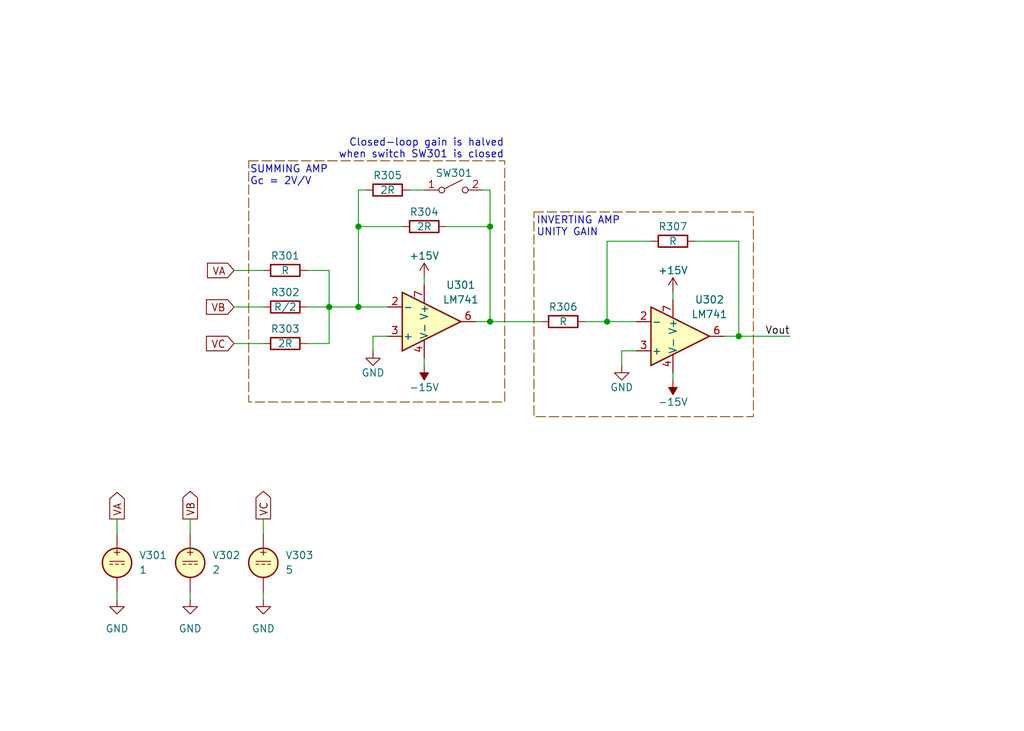
<source format=kicad_sch>
(kicad_sch (version 20230121) (generator eeschema)
  (paper "User" 177.8 127)
  (title_block (title "Weighted Voltage Summer") (date "2024-01-27") (rev "0") (company "Jim Horwitz & Mark Vaughn, Jork Incorporated"))
  (lib_symbols
    (symbol "Device:R" (pin_numbers hide) (pin_names (offset 0))
      (property "Reference" "R" (at 2.032 0 90))
      (property "Value" "R" (at 0 0 90))
      (symbol "R_0_1"
        (rectangle (start -1.016 -2.54) (end 1.016 2.54) (stroke (width 0.254)))
      )
      (symbol "R_1_1"
        (pin passive line (at 0 3.81 270) (length 1.27) (name "~") (number "1"))
        (pin passive line (at 0 -3.81 90) (length 1.27) (name "~") (number "2"))
      )
    )
    (symbol "LM741_1" (pin_names (offset 0.127))
      (property "Reference" "U31" (at 5.08 -6.35 0))
      (property "Value" "LM741" (at 5.08 -3.81 0))
      (symbol "LM741_1_0_1"
        (polyline (pts (xy -5.08 5.08) (xy 5.08 0) (xy -5.08 -5.08) (xy -5.08 5.08)) (stroke (width 0.254)) (fill (type background)))
      )
      (symbol "LM741_1_1_1"
        (pin input line (at 1.27 -7.62 90) (length 5.08) hide (name "NULL") (number "1"))
        (pin input line (at -7.62 -2.54 0) (length 2.54) (name "-") (number "2"))
        (pin input line (at -7.62 2.54 0) (length 2.54) (name "+") (number "3"))
        (pin power_in line (at -1.27 6.35 270) (length 3.125) (name "V-") (number "4"))
        (pin input line (at 2.54 -7.62 90) (length 6.35) hide (name "NULL") (number "5"))
        (pin output line (at 7.62 0 180) (length 2.54) (name "~") (number "6"))
        (pin power_in line (at -1.27 -6.35 90) (length 3.125) (name "V+") (number "7"))
        (pin no_connect line (at 0 2.54 270) (length 2.54) hide (name "NC") (number "8"))
      )
    )
    (symbol "Simulation_SPICE:VDC" (pin_numbers hide) (pin_names (offset 0.0254))
      (property "Reference" "V" (at 2.54 2.54 0))
      (property "Value" "1" (at 2.54 0 0))
      (symbol "VDC_0_0"
        (polyline (pts (xy -1.27 0.254) (xy 1.27 0.254)))
        (polyline (pts (xy -0.762 -0.254) (xy -1.27 -0.254)))
        (polyline (pts (xy 0.254 -0.254) (xy -0.254 -0.254)))
        (polyline (pts (xy 1.27 -0.254) (xy 0.762 -0.254)))
        (text "+" (at 0 1.905 0) (effects (font (size 1.27 1.27))))
      )
      (symbol "VDC_0_1"
        (circle (center 0 0) (radius 2.54) (stroke (width 0.254)) (fill (type background)))
      )
      (symbol "VDC_1_1"
        (pin passive line (at 0 5.08 270) (length 2.54) (name "~") (number "1"))
        (pin passive line (at 0 -5.08 90) (length 2.54) (name "~") (number "2"))
      )
    )
    (symbol "Switch:SW_SPST" (pin_names (offset 0) hide)
      (property "Reference" "SW" (at 0 3.175 0))
      (property "Value" "SW_SPST" (at 0 -2.54 0))
      (symbol "SW_SPST_0_0"
        (circle (center -2.032 0) (radius 0.508))
        (polyline (pts (xy -1.524 0.254) (xy 1.524 1.778)))
        (circle (center 2.032 0) (radius 0.508))
      )
      (symbol "SW_SPST_1_1"
        (pin passive line (at -5.08 0 0) (length 2.54) (name "A") (number "1"))
        (pin passive line (at 5.08 0 180) (length 2.54) (name "B") (number "2"))
      )
    )
    (symbol "power:+15V" (power) (pin_names (offset 0))
      (property "Value" "+15V" (at 0 3.556 0))
      (symbol "+15V_0_1"
        (polyline (pts (xy -0.762 1.27) (xy 0 2.54)))
        (polyline (pts (xy 0 0) (xy 0 2.54)))
        (polyline (pts (xy 0 2.54) (xy 0.762 1.27)))
      )
      (symbol "+15V_1_1"
        (pin power_in line (at 0 0 90) (length 0) hide (name "+15V") (number "1"))
      )
    )
    (symbol "power:-15V" (power) (pin_names (offset 0))
      (property "Value" "-15V" (at 0 3.81 0))
      (symbol "-15V_0_0"
        (pin power_in line (at 0 0 90) (length 0) hide (name "-15V") (number "1"))
      )
      (symbol "-15V_0_1"
        (polyline (pts (xy 0 0) (xy 0 1.27) (xy 0.762 1.27) (xy 0 2.54) (xy -0.762 1.27) (xy 0 1.27)) (fill (type outline)))
      )
    )
    (symbol "power:GND" (power) (pin_names (offset 0))
      (property "Value" "GND" (at 0 -3.81 0))
      (symbol "GND_0_1"
        (polyline (pts (xy 0 0) (xy 0 -1.27) (xy 1.27 -1.27) (xy 0 -2.54) (xy -1.27 -1.27) (xy 0 -1.27)))
      )
      (symbol "GND_1_1"
        (pin power_in line (at 0 0 270) (length 0) hide (name "GND") (number "1"))
      )
    )
  )
  (junction (at 62.23 39.37))
  (junction (at 128.27 58.42))
  (junction (at 62.23 53.34))
  (junction (at 105.41 55.88))
  (junction (at 85.09 39.37))
  (junction (at 57.15 53.34))
  (junction (at 85.09 55.88))
  (wire (pts (xy 105.41 41.91) (xy 105.41 55.88)))
  (wire (pts (xy 128.27 41.91) (xy 128.27 58.42)))
  (wire (pts (xy 116.84 64.77) (xy 116.84 66.04)))
  (wire (pts (xy 62.23 33.02) (xy 62.23 39.37)))
  (wire (pts (xy 101.6 55.88) (xy 105.41 55.88)))
  (wire (pts (xy 20.32 90.17) (xy 20.32 92.71)))
  (wire (pts (xy 33.02 90.17) (xy 33.02 92.71)))
  (wire (pts (xy 73.66 48.26) (xy 73.66 49.53)))
  (wire (pts (xy 85.09 55.88) (xy 82.55 55.88)))
  (wire (pts (xy 85.09 33.02) (xy 85.09 39.37)))
  (wire (pts (xy 40.64 53.34) (xy 45.72 53.34)))
  (wire (pts (xy 85.09 55.88) (xy 93.98 55.88)))
  (wire (pts (xy 107.95 63.5) (xy 107.95 60.96)))
  (wire (pts (xy 64.77 60.96) (xy 64.77 58.42)))
  (wire (pts (xy 69.85 39.37) (xy 62.23 39.37)))
  (wire (pts (xy 62.23 39.37) (xy 62.23 53.34)))
  (wire (pts (xy 63.5 33.02) (xy 62.23 33.02)))
  (wire (pts (xy 71.12 33.02) (xy 73.66 33.02)))
  (wire (pts (xy 45.72 102.87) (xy 45.72 104.14)))
  (wire (pts (xy 57.15 53.34) (xy 62.23 53.34)))
  (wire (pts (xy 73.66 62.23) (xy 73.66 63.5)))
  (wire (pts (xy 120.65 41.91) (xy 128.27 41.91)))
  (wire (pts (xy 83.82 33.02) (xy 85.09 33.02)))
  (wire (pts (xy 53.34 53.34) (xy 57.15 53.34)))
  (wire (pts (xy 33.02 102.87) (xy 33.02 104.14)))
  (wire (pts (xy 53.34 59.69) (xy 57.15 59.69)))
  (wire (pts (xy 113.03 41.91) (xy 105.41 41.91)))
  (wire (pts (xy 105.41 55.88) (xy 110.49 55.88)))
  (wire (pts (xy 85.09 39.37) (xy 85.09 55.88)))
  (wire (pts (xy 116.84 50.8) (xy 116.84 52.07)))
  (wire (pts (xy 62.23 53.34) (xy 67.31 53.34)))
  (wire (pts (xy 40.64 59.69) (xy 45.72 59.69)))
  (wire (pts (xy 128.27 58.42) (xy 137.16 58.42)))
  (wire (pts (xy 45.72 90.17) (xy 45.72 92.71)))
  (wire (pts (xy 57.15 46.99) (xy 57.15 53.34)))
  (wire (pts (xy 107.95 60.96) (xy 110.49 60.96)))
  (wire (pts (xy 64.77 58.42) (xy 67.31 58.42)))
  (wire (pts (xy 77.47 39.37) (xy 85.09 39.37)))
  (wire (pts (xy 40.64 46.99) (xy 45.72 46.99)))
  (wire (pts (xy 128.27 58.42) (xy 125.73 58.42)))
  (wire (pts (xy 57.15 59.69) (xy 57.15 53.34)))
  (wire (pts (xy 20.32 102.87) (xy 20.32 104.14)))
  (wire (pts (xy 53.34 46.99) (xy 57.15 46.99)))
  (rectangle (start 43.18 27.94) (end 87.63 69.85) (stroke (width 0) (type dash) (color 128 77 0 1)))
  (rectangle (start 92.71 36.83) (end 130.81 72.39) (stroke (width 0) (type dash) (color 128 77 0 1)))
  (text "SUMMING AMP\nGc = 2V/V" (at 43.3726 32.326 0) (effects (font (size 1.27 1.27)) (justify left bottom)))
  (text "INVERTING AMP\nUNITY GAIN" (at 93.1224 41.2027 0) (effects (font (size 1.27 1.27)) (justify left bottom)))
  (text "Closed-loop gain is halved\nwhen switch SW301 is closed" (at 87.5515 27.678 0) (effects (font (size 1.27 1.27)) (justify right bottom)))
  (label "Vout" (at 137.16 58.42 180))
  (global_label "VB" (shape input) (at 40.64 53.34 180) (property "Intersheetrefs" "${INTERSHEET_REFS}" (effects hide)))
  (global_label "VA" (shape output) (at 20.32 90.17 90) (property "Intersheetrefs" "${INTERSHEET_REFS}" (effects hide)))
  (global_label "VA" (shape input) (at 40.64 46.99 180) (property "Intersheetrefs" "${INTERSHEET_REFS}" (effects hide)))
  (global_label "VB" (shape output) (at 33.02 90.17 90) (property "Intersheetrefs" "${INTERSHEET_REFS}" (effects hide)))
  (global_label "VC" (shape input) (at 40.64 59.69 180) (property "Intersheetrefs" "${INTERSHEET_REFS}" (effects hide)))
  (global_label "VC" (shape output) (at 45.72 90.17 90) (property "Intersheetrefs" "${INTERSHEET_REFS}" (effects hide)))
  (symbol (lib_id "Switch:SW_SPST") (at 78.74 33.02 0) (unit 1)
    (property "Reference" "SW301" (at 78.8316 30.074 0))
    (property "Value" "SW_SPST" (effects hide))
  )
  (symbol (lib_id "power:-15V") (at 116.84 66.04 0) (mirror x) (unit 1)
    (property "Reference" "#PWR07" (effects hide))
    (property "Value" "-15V" (at 116.84 69.85 0))
  )
  (symbol (lib_id "power:GND") (at 33.02 104.14 0) (unit 1)
    (property "Reference" "#PWR019" (effects hide))
    (property "Value" "GND" (at 33.02 109.22 0))
  )
  (symbol (lib_id "Simulation_SPICE:VDC") (at 20.32 97.79 0) (unit 1)
    (property "Reference" "V301" (at 24.13 96.4842 0) (effects (justify left)))
    (property "Value" "1" (at 24.13 99.0242 0) (effects (justify left)))
    (property "Sim.Pins" "1=+ 2=-" (effects hide))
    (property "Sim.Type" "DC" (effects hide))
    (property "Sim.Device" "V" (effects hide))
  )
  (symbol (lib_id "power:+15V") (at 116.84 50.8 0) (unit 1)
    (property "Reference" "#PWR05" (effects hide))
    (property "Value" "+15V" (at 116.84 46.99 0))
  )
  (symbol (lib_id "Device:R") (at 49.53 59.69 90) (unit 1)
    (property "Reference" "R303" (at 49.53 57.15 90))
    (property "Value" "2R" (at 49.53 59.69 90))
  )
  (symbol (lib_id "power:GND") (at 20.32 104.14 0) (unit 1)
    (property "Reference" "#PWR018" (effects hide))
    (property "Value" "GND" (at 20.32 109.22 0))
  )
  (symbol (lib_id "power:+15V") (at 73.66 48.26 0) (unit 1)
    (property "Reference" "#PWR01" (effects hide))
    (property "Value" "+15V" (at 73.66 44.45 0))
  )
  (symbol (lib_id "Simulation_SPICE:VDC") (at 45.72 97.79 0) (unit 1)
    (property "Reference" "V303" (at 49.53 96.4842 0) (effects (justify left)))
    (property "Value" "5" (at 49.53 99.0242 0) (effects (justify left)))
    (property "Sim.Pins" "1=+ 2=-" (effects hide))
    (property "Sim.Type" "DC" (effects hide))
    (property "Sim.Device" "V" (effects hide))
  )
  (symbol (lib_id "Device:R") (at 116.84 41.91 90) (unit 1)
    (property "Reference" "R307" (at 116.84 39.37 90))
    (property "Value" "R" (at 116.84 41.91 90))
  )
  (symbol (lib_id "power:-15V") (at 73.66 63.5 0) (mirror x) (unit 1)
    (property "Reference" "#PWR02" (effects hide))
    (property "Value" "-15V" (at 73.66 67.31 0))
  )
  (symbol (lib_id "Simulation_SPICE:VDC") (at 33.02 97.79 0) (unit 1)
    (property "Reference" "V302" (at 36.83 96.4842 0) (effects (justify left)))
    (property "Value" "2" (at 36.83 99.0242 0) (effects (justify left)))
    (property "Sim.Pins" "1=+ 2=-" (effects hide))
    (property "Sim.Type" "DC" (effects hide))
    (property "Sim.Device" "V" (effects hide))
  )
  (symbol (lib_id "Device:R") (at 97.79 55.88 90) (unit 1)
    (property "Reference" "R306" (at 97.79 53.34 90))
    (property "Value" "R" (at 97.79 55.88 90))
  )
  (symbol (lib_id "power:GND") (at 64.77 60.96 0) (unit 1)
    (property "Reference" "#PWR09" (effects hide))
    (property "Value" "GND" (at 64.77 64.77 0))
  )
  (symbol (lib_name "LM741_1") (lib_id "Amplifier_Operational:LM741") (at 118.11 58.42 0) (mirror x) (unit 1)
    (property "Reference" "U302" (at 123.19 52.07 0))
    (property "Value" "LM741" (at 123.19 54.61 0))
    (property "Datasheet" "http://www.ti.com/lit/ds/symlink/lm741.pdf" (effects hide))
    (property "Sim.Library" "models\\LM741.lib" (effects hide))
    (property "Sim.Name" "LM741" (effects hide))
    (property "Sim.Device" "SUBCKT" (effects hide))
    (property "Sim.Pins" "2=1 3=2 4=28 6=99 7=50" (effects hide))
  )
  (symbol (lib_id "Device:R") (at 49.53 46.99 90) (unit 1)
    (property "Reference" "R301" (at 49.53 44.45 90))
    (property "Value" "R" (at 49.53 46.99 90))
  )
  (symbol (lib_id "Device:R") (at 73.66 39.37 90) (unit 1)
    (property "Reference" "R304" (at 73.66 36.83 90))
    (property "Value" "2R" (at 73.66 39.37 90))
  )
  (symbol (lib_id "Device:R") (at 67.31 33.02 90) (unit 1)
    (property "Reference" "R305" (at 67.31 30.48 90))
    (property "Value" "2R" (at 67.31 33.02 90))
  )
  (symbol (lib_name "LM741_1") (lib_id "Amplifier_Operational:LM741") (at 74.93 55.88 0) (mirror x) (unit 1)
    (property "Reference" "U301" (at 80.01 49.53 0))
    (property "Value" "LM741" (at 80.01 52.07 0))
    (property "Datasheet" "http://www.ti.com/lit/ds/symlink/lm741.pdf" (effects hide))
    (property "Sim.Library" "models\\LM741.lib" (effects hide))
    (property "Sim.Name" "LM741" (effects hide))
    (property "Sim.Device" "SUBCKT" (effects hide))
    (property "Sim.Pins" "2=1 3=2 4=28 6=99 7=50" (effects hide))
  )
  (symbol (lib_id "power:GND") (at 107.95 63.5 0) (unit 1)
    (property "Reference" "#PWR011" (effects hide))
    (property "Value" "GND" (at 107.95 67.31 0))
  )
  (symbol (lib_id "Device:R") (at 49.53 53.34 90) (unit 1)
    (property "Reference" "R302" (at 49.53 50.8 90))
    (property "Value" "R/2" (at 49.53 53.34 90))
  )
  (symbol (lib_id "power:GND") (at 45.72 104.14 0) (unit 1)
    (property "Reference" "#PWR023" (effects hide))
    (property "Value" "GND" (at 45.72 109.22 0))
  )
)
</source>
